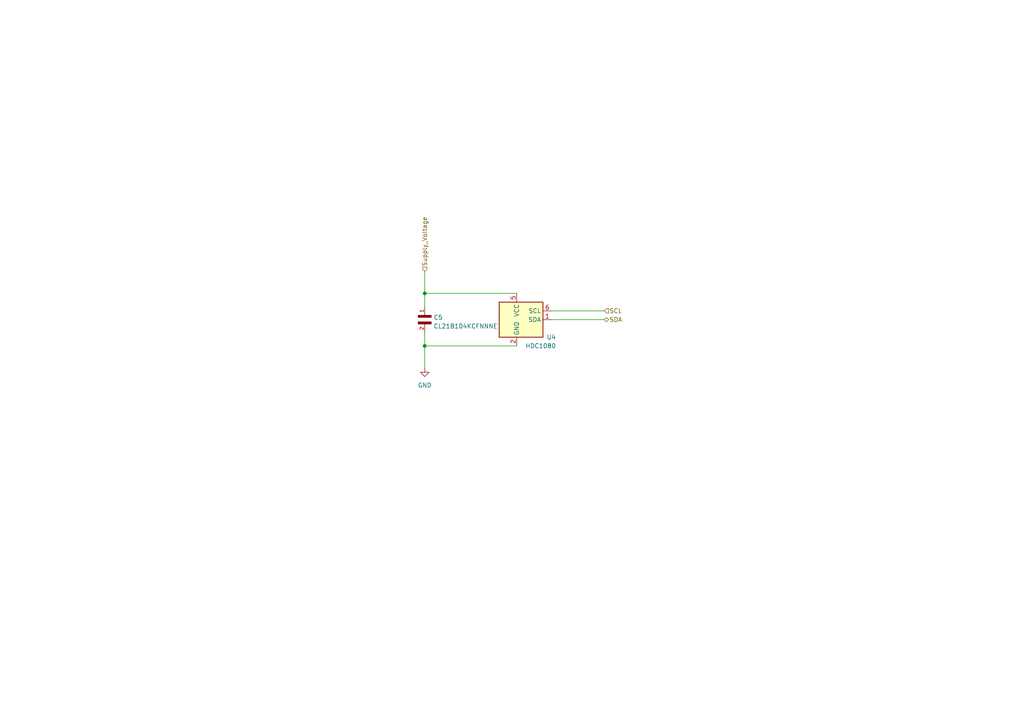
<source format=kicad_sch>
(kicad_sch (version 20230121) (generator eeschema)
  (paper "A4")
  (title_block (title "3088_group22_design") (date "2023-03-20") (rev "3") (company "University of capetown"))
  (lib_symbols
    (symbol "CL21B104KCFNNNE:CL21B104KCFNNNE" (pin_names (offset 1.016) hide)
      (property "Reference" "C" (at 0 3.81 0))
      (property "Value" "CL21B104KCFNNNE" (at 0 -5.08 0))
      (symbol "CL21B104KCFNNNE_0_0"
        (rectangle (start 0 -1.905) (end 0.635 1.905) (fill (type outline)))
        (rectangle (start 1.905 -1.905) (end 2.54 1.905) (fill (type outline)))
        (pin passive line (at 5.08 0 180) (length 2.54) (name "~") (number "1"))
        (pin passive line (at -2.54 0 0) (length 2.54) (name "~") (number "2"))
      )
    )
    (symbol "Sensor_Humidity:HDC1080"
      (property "Reference" "U" (at -6.35 6.35 0))
      (property "Value" "HDC1080" (at 3.81 6.35 0))
      (symbol "HDC1080_0_1"
        (rectangle (start -7.62 5.08) (end 5.08 -5.08) (stroke (width 0.254)) (fill (type background)))
      )
      (symbol "HDC1080_1_1"
        (pin bidirectional line (at 7.62 0 180) (length 2.54) (name "SDA") (number "1"))
        (pin power_in line (at -2.54 -7.62 90) (length 2.54) (name "GND") (number "2"))
        (pin no_connect line (at -7.62 0 0) (length 2.54) hide (name "NC") (number "3"))
        (pin no_connect line (at -7.62 -2.54 0) (length 2.54) hide (name "NC") (number "4"))
        (pin power_in line (at -2.54 7.62 270) (length 2.54) (name "VCC") (number "5"))
        (pin input line (at 7.62 2.54 180) (length 2.54) (name "SCL") (number "6"))
        (pin no_connect line (at -7.62 2.54 0) (length 2.54) hide (name "DAP") (number "7"))
      )
    )
    (symbol "power:GND" (power) (pin_names (offset 0))
      (property "Value" "GND" (at 0 -3.81 0))
      (symbol "GND_0_1"
        (polyline (pts (xy 0 0) (xy 0 -1.27) (xy 1.27 -1.27) (xy 0 -2.54) (xy -1.27 -1.27) (xy 0 -1.27)))
      )
      (symbol "GND_1_1"
        (pin power_in line (at 0 0 270) (length 0) hide (name "GND") (number "1"))
      )
    )
  )
  (junction (at 123.19 100.33))
  (junction (at 123.19 85.09))
  (wire (pts (xy 160.02 92.71) (xy 175.26 92.71)))
  (wire (pts (xy 123.19 85.09) (xy 149.86 85.09)))
  (wire (pts (xy 123.19 96.52) (xy 123.19 100.33)))
  (wire (pts (xy 160.02 90.17) (xy 175.26 90.17)))
  (wire (pts (xy 123.19 100.33) (xy 123.19 106.68)))
  (wire (pts (xy 123.19 100.33) (xy 149.86 100.33)))
  (wire (pts (xy 123.19 78.74) (xy 123.19 85.09)))
  (wire (pts (xy 123.19 85.09) (xy 123.19 88.9)))
  (hierarchical_label "Supply_Voltage" (shape input) (at 123.19 78.74 90))
  (hierarchical_label "SDA" (shape bidirectional) (at 175.26 92.71 0))
  (hierarchical_label "SCL" (shape input) (at 175.26 90.17 0))
  (symbol (lib_id "CL21B104KCFNNNE:CL21B104KCFNNNE") (at 123.19 93.98 90) (unit 1)
    (property "Reference" "C5" (at 125.73 92.075 90) (effects (justify right)))
    (property "Value" "CL21B104KCFNNNE" (at 125.73 94.615 90) (effects (justify right)))
    (property "Footprint" "CL21B104KCFNNNE:CAPC2012X140N" (effects hide))
    (property "Availability" "In Stock" (effects hide))
    (property "MP" "CL21B104KCFNNNE" (effects hide))
    (property "Purchase-URL" "https://pricing.snapeda.com/search/part/CL21B104KCFNNNE/?ref=eda" (effects hide))
    (property "Package" "0805 Samsung" (effects hide))
    (property "MF" "Samsung" (effects hide))
    (property "Price" "None" (effects hide))
    (property "Description" "\\n0.1 µF ±10% 100V Ceramic Capacitor X7R 0805 (2012 Metric)\\n" (effects hide))
  )
  (symbol (lib_id "Sensor_Humidity:HDC1080") (at 152.4 92.71 0) (unit 1)
    (property "Reference" "U4" (at 161.29 97.79 0) (effects (justify right)))
    (property "Value" "HDC1080" (at 161.29 100.33 0) (effects (justify right)))
    (property "Footprint" "Package_SON:Texas_PWSON-N6" (effects hide))
    (property "Datasheet" "http://www.ti.com/lit/ds/symlink/hdc1080.pdf" (effects hide))
  )
  (symbol (lib_id "power:GND") (at 123.19 106.68 0) (unit 1)
    (property "Reference" "#PWR010" (effects hide))
    (property "Value" "GND" (at 123.19 111.76 0))
  )
)
</source>
